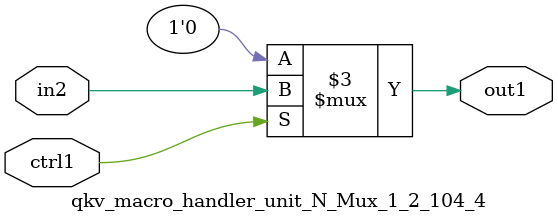
<source format=v>

`timescale 1ps / 1ps


module qkv_macro_handler_unit_N_Mux_1_2_104_4( in2, ctrl1, out1 );

    input in2;
    input ctrl1;
    output out1;
    reg out1;

    
    // rtl_process:qkv_macro_handler_unit_N_Mux_1_2_104_4/qkv_macro_handler_unit_N_Mux_1_2_104_4_thread_1
    always @*
      begin : qkv_macro_handler_unit_N_Mux_1_2_104_4_thread_1
        case (ctrl1) 
          1'b1: 
            begin
              out1 = in2;
            end
          default: 
            begin
              out1 = 1'b0;
            end
        endcase
      end

endmodule





</source>
